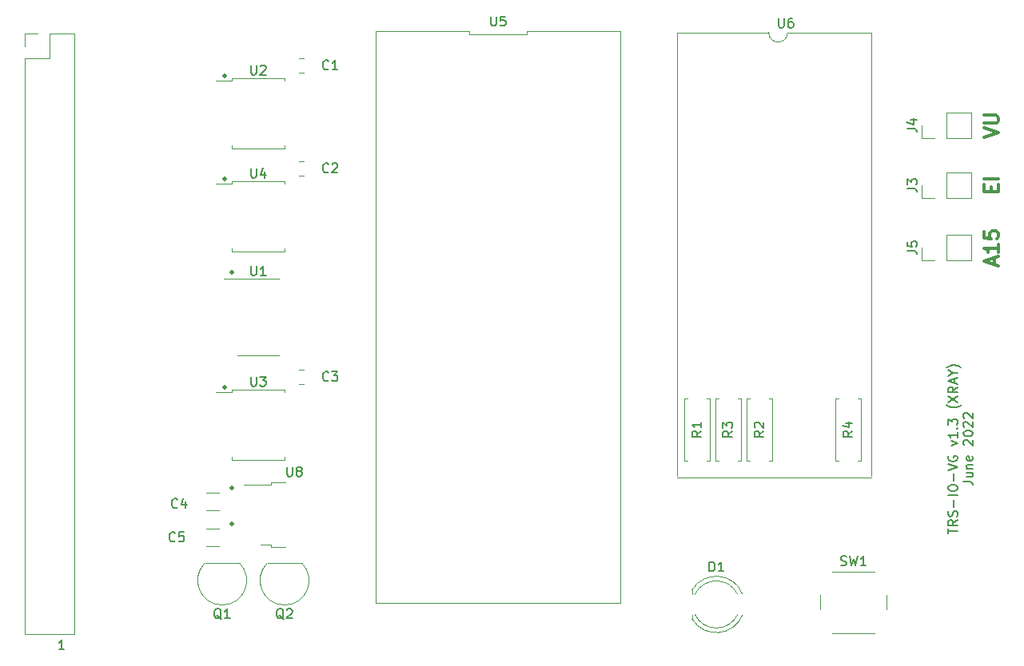
<source format=gbr>
%TF.GenerationSoftware,KiCad,Pcbnew,(6.0.5)*%
%TF.CreationDate,2022-06-04T10:33:37-07:00*%
%TF.ProjectId,TRS-IO-M1,5452532d-494f-42d4-9d31-2e6b69636164,rev?*%
%TF.SameCoordinates,Original*%
%TF.FileFunction,Legend,Top*%
%TF.FilePolarity,Positive*%
%FSLAX46Y46*%
G04 Gerber Fmt 4.6, Leading zero omitted, Abs format (unit mm)*
G04 Created by KiCad (PCBNEW (6.0.5)) date 2022-06-04 10:33:37*
%MOMM*%
%LPD*%
G01*
G04 APERTURE LIST*
%ADD10C,0.300000*%
%ADD11C,0.150000*%
%ADD12C,0.120000*%
G04 APERTURE END LIST*
D10*
X136144000Y-98833714D02*
X136215428Y-98905142D01*
X136144000Y-98976571D01*
X136072571Y-98905142D01*
X136144000Y-98833714D01*
X136144000Y-98976571D01*
X136906000Y-113311714D02*
X136977428Y-113383142D01*
X136906000Y-113454571D01*
X136834571Y-113383142D01*
X136906000Y-113311714D01*
X136906000Y-113454571D01*
X136144000Y-65813714D02*
X136215428Y-65885142D01*
X136144000Y-65956571D01*
X136072571Y-65885142D01*
X136144000Y-65813714D01*
X136144000Y-65956571D01*
X136906000Y-86641714D02*
X136977428Y-86713142D01*
X136906000Y-86784571D01*
X136834571Y-86713142D01*
X136906000Y-86641714D01*
X136906000Y-86784571D01*
X217316857Y-78148571D02*
X217316857Y-77648571D01*
X218102571Y-77434285D02*
X218102571Y-78148571D01*
X216602571Y-78148571D01*
X216602571Y-77434285D01*
X218102571Y-76791428D02*
X216602571Y-76791428D01*
X217674000Y-85859714D02*
X217674000Y-85145428D01*
X218102571Y-86002571D02*
X216602571Y-85502571D01*
X218102571Y-85002571D01*
X218102571Y-83716857D02*
X218102571Y-84574000D01*
X218102571Y-84145428D02*
X216602571Y-84145428D01*
X216816857Y-84288285D01*
X216959714Y-84431142D01*
X217031142Y-84574000D01*
X216602571Y-82359714D02*
X216602571Y-83074000D01*
X217316857Y-83145428D01*
X217245428Y-83074000D01*
X217174000Y-82931142D01*
X217174000Y-82574000D01*
X217245428Y-82431142D01*
X217316857Y-82359714D01*
X217459714Y-82288285D01*
X217816857Y-82288285D01*
X217959714Y-82359714D01*
X218031142Y-82431142D01*
X218102571Y-82574000D01*
X218102571Y-82931142D01*
X218031142Y-83074000D01*
X217959714Y-83145428D01*
X136906000Y-109501714D02*
X136977428Y-109573142D01*
X136906000Y-109644571D01*
X136834571Y-109573142D01*
X136906000Y-109501714D01*
X136906000Y-109644571D01*
D11*
X212769380Y-114433809D02*
X212769380Y-113862380D01*
X213769380Y-114148095D02*
X212769380Y-114148095D01*
X213769380Y-112957619D02*
X213293190Y-113290952D01*
X213769380Y-113529047D02*
X212769380Y-113529047D01*
X212769380Y-113148095D01*
X212817000Y-113052857D01*
X212864619Y-113005238D01*
X212959857Y-112957619D01*
X213102714Y-112957619D01*
X213197952Y-113005238D01*
X213245571Y-113052857D01*
X213293190Y-113148095D01*
X213293190Y-113529047D01*
X213721761Y-112576666D02*
X213769380Y-112433809D01*
X213769380Y-112195714D01*
X213721761Y-112100476D01*
X213674142Y-112052857D01*
X213578904Y-112005238D01*
X213483666Y-112005238D01*
X213388428Y-112052857D01*
X213340809Y-112100476D01*
X213293190Y-112195714D01*
X213245571Y-112386190D01*
X213197952Y-112481428D01*
X213150333Y-112529047D01*
X213055095Y-112576666D01*
X212959857Y-112576666D01*
X212864619Y-112529047D01*
X212817000Y-112481428D01*
X212769380Y-112386190D01*
X212769380Y-112148095D01*
X212817000Y-112005238D01*
X213388428Y-111576666D02*
X213388428Y-110814761D01*
X213769380Y-110338571D02*
X212769380Y-110338571D01*
X212769380Y-109671904D02*
X212769380Y-109481428D01*
X212817000Y-109386190D01*
X212912238Y-109290952D01*
X213102714Y-109243333D01*
X213436047Y-109243333D01*
X213626523Y-109290952D01*
X213721761Y-109386190D01*
X213769380Y-109481428D01*
X213769380Y-109671904D01*
X213721761Y-109767142D01*
X213626523Y-109862380D01*
X213436047Y-109910000D01*
X213102714Y-109910000D01*
X212912238Y-109862380D01*
X212817000Y-109767142D01*
X212769380Y-109671904D01*
X213388428Y-108814761D02*
X213388428Y-108052857D01*
X212769380Y-107719523D02*
X213769380Y-107386190D01*
X212769380Y-107052857D01*
X212817000Y-106195714D02*
X212769380Y-106290952D01*
X212769380Y-106433809D01*
X212817000Y-106576666D01*
X212912238Y-106671904D01*
X213007476Y-106719523D01*
X213197952Y-106767142D01*
X213340809Y-106767142D01*
X213531285Y-106719523D01*
X213626523Y-106671904D01*
X213721761Y-106576666D01*
X213769380Y-106433809D01*
X213769380Y-106338571D01*
X213721761Y-106195714D01*
X213674142Y-106148095D01*
X213340809Y-106148095D01*
X213340809Y-106338571D01*
X213102714Y-105052857D02*
X213769380Y-104814761D01*
X213102714Y-104576666D01*
X213769380Y-103671904D02*
X213769380Y-104243333D01*
X213769380Y-103957619D02*
X212769380Y-103957619D01*
X212912238Y-104052857D01*
X213007476Y-104148095D01*
X213055095Y-104243333D01*
X213674142Y-103243333D02*
X213721761Y-103195714D01*
X213769380Y-103243333D01*
X213721761Y-103290952D01*
X213674142Y-103243333D01*
X213769380Y-103243333D01*
X212769380Y-102862380D02*
X212769380Y-102243333D01*
X213150333Y-102576666D01*
X213150333Y-102433809D01*
X213197952Y-102338571D01*
X213245571Y-102290952D01*
X213340809Y-102243333D01*
X213578904Y-102243333D01*
X213674142Y-102290952D01*
X213721761Y-102338571D01*
X213769380Y-102433809D01*
X213769380Y-102719523D01*
X213721761Y-102814761D01*
X213674142Y-102862380D01*
X214150333Y-100767142D02*
X214102714Y-100814761D01*
X213959857Y-100910000D01*
X213864619Y-100957619D01*
X213721761Y-101005238D01*
X213483666Y-101052857D01*
X213293190Y-101052857D01*
X213055095Y-101005238D01*
X212912238Y-100957619D01*
X212817000Y-100910000D01*
X212674142Y-100814761D01*
X212626523Y-100767142D01*
X212769380Y-100481428D02*
X213769380Y-99814761D01*
X212769380Y-99814761D02*
X213769380Y-100481428D01*
X213769380Y-98862380D02*
X213293190Y-99195714D01*
X213769380Y-99433809D02*
X212769380Y-99433809D01*
X212769380Y-99052857D01*
X212817000Y-98957619D01*
X212864619Y-98910000D01*
X212959857Y-98862380D01*
X213102714Y-98862380D01*
X213197952Y-98910000D01*
X213245571Y-98957619D01*
X213293190Y-99052857D01*
X213293190Y-99433809D01*
X213483666Y-98481428D02*
X213483666Y-98005238D01*
X213769380Y-98576666D02*
X212769380Y-98243333D01*
X213769380Y-97910000D01*
X213293190Y-97386190D02*
X213769380Y-97386190D01*
X212769380Y-97719523D02*
X213293190Y-97386190D01*
X212769380Y-97052857D01*
X214150333Y-96814761D02*
X214102714Y-96767142D01*
X213959857Y-96671904D01*
X213864619Y-96624285D01*
X213721761Y-96576666D01*
X213483666Y-96529047D01*
X213293190Y-96529047D01*
X213055095Y-96576666D01*
X212912238Y-96624285D01*
X212817000Y-96671904D01*
X212674142Y-96767142D01*
X212626523Y-96814761D01*
X214379380Y-108886190D02*
X215093666Y-108886190D01*
X215236523Y-108933809D01*
X215331761Y-109029047D01*
X215379380Y-109171904D01*
X215379380Y-109267142D01*
X214712714Y-107981428D02*
X215379380Y-107981428D01*
X214712714Y-108410000D02*
X215236523Y-108410000D01*
X215331761Y-108362380D01*
X215379380Y-108267142D01*
X215379380Y-108124285D01*
X215331761Y-108029047D01*
X215284142Y-107981428D01*
X214712714Y-107505238D02*
X215379380Y-107505238D01*
X214807952Y-107505238D02*
X214760333Y-107457619D01*
X214712714Y-107362380D01*
X214712714Y-107219523D01*
X214760333Y-107124285D01*
X214855571Y-107076666D01*
X215379380Y-107076666D01*
X215331761Y-106219523D02*
X215379380Y-106314761D01*
X215379380Y-106505238D01*
X215331761Y-106600476D01*
X215236523Y-106648095D01*
X214855571Y-106648095D01*
X214760333Y-106600476D01*
X214712714Y-106505238D01*
X214712714Y-106314761D01*
X214760333Y-106219523D01*
X214855571Y-106171904D01*
X214950809Y-106171904D01*
X215046047Y-106648095D01*
X214474619Y-105029047D02*
X214427000Y-104981428D01*
X214379380Y-104886190D01*
X214379380Y-104648095D01*
X214427000Y-104552857D01*
X214474619Y-104505238D01*
X214569857Y-104457619D01*
X214665095Y-104457619D01*
X214807952Y-104505238D01*
X215379380Y-105076666D01*
X215379380Y-104457619D01*
X214379380Y-103838571D02*
X214379380Y-103743333D01*
X214427000Y-103648095D01*
X214474619Y-103600476D01*
X214569857Y-103552857D01*
X214760333Y-103505238D01*
X214998428Y-103505238D01*
X215188904Y-103552857D01*
X215284142Y-103600476D01*
X215331761Y-103648095D01*
X215379380Y-103743333D01*
X215379380Y-103838571D01*
X215331761Y-103933809D01*
X215284142Y-103981428D01*
X215188904Y-104029047D01*
X214998428Y-104076666D01*
X214760333Y-104076666D01*
X214569857Y-104029047D01*
X214474619Y-103981428D01*
X214427000Y-103933809D01*
X214379380Y-103838571D01*
X214474619Y-103124285D02*
X214427000Y-103076666D01*
X214379380Y-102981428D01*
X214379380Y-102743333D01*
X214427000Y-102648095D01*
X214474619Y-102600476D01*
X214569857Y-102552857D01*
X214665095Y-102552857D01*
X214807952Y-102600476D01*
X215379380Y-103171904D01*
X215379380Y-102552857D01*
X214474619Y-102171904D02*
X214427000Y-102124285D01*
X214379380Y-102029047D01*
X214379380Y-101790952D01*
X214427000Y-101695714D01*
X214474619Y-101648095D01*
X214569857Y-101600476D01*
X214665095Y-101600476D01*
X214807952Y-101648095D01*
X215379380Y-102219523D01*
X215379380Y-101600476D01*
X119157714Y-126690380D02*
X118586285Y-126690380D01*
X118872000Y-126690380D02*
X118872000Y-125690380D01*
X118776761Y-125833238D01*
X118681523Y-125928476D01*
X118586285Y-125976095D01*
D10*
X136144000Y-76735714D02*
X136215428Y-76807142D01*
X136144000Y-76878571D01*
X136072571Y-76807142D01*
X136144000Y-76735714D01*
X136144000Y-76878571D01*
X216602571Y-72405714D02*
X218102571Y-71905714D01*
X216602571Y-71405714D01*
X216602571Y-70905714D02*
X217816857Y-70905714D01*
X217959714Y-70834285D01*
X218031142Y-70762857D01*
X218102571Y-70620000D01*
X218102571Y-70334285D01*
X218031142Y-70191428D01*
X217959714Y-70120000D01*
X217816857Y-70048571D01*
X216602571Y-70048571D01*
D11*
%TO.C,R1*%
X186634380Y-103544666D02*
X186158190Y-103878000D01*
X186634380Y-104116095D02*
X185634380Y-104116095D01*
X185634380Y-103735142D01*
X185682000Y-103639904D01*
X185729619Y-103592285D01*
X185824857Y-103544666D01*
X185967714Y-103544666D01*
X186062952Y-103592285D01*
X186110571Y-103639904D01*
X186158190Y-103735142D01*
X186158190Y-104116095D01*
X186634380Y-102592285D02*
X186634380Y-103163714D01*
X186634380Y-102878000D02*
X185634380Y-102878000D01*
X185777238Y-102973238D01*
X185872476Y-103068476D01*
X185920095Y-103163714D01*
%TO.C,R2*%
X193238380Y-103544666D02*
X192762190Y-103878000D01*
X193238380Y-104116095D02*
X192238380Y-104116095D01*
X192238380Y-103735142D01*
X192286000Y-103639904D01*
X192333619Y-103592285D01*
X192428857Y-103544666D01*
X192571714Y-103544666D01*
X192666952Y-103592285D01*
X192714571Y-103639904D01*
X192762190Y-103735142D01*
X192762190Y-104116095D01*
X192333619Y-103163714D02*
X192286000Y-103116095D01*
X192238380Y-103020857D01*
X192238380Y-102782761D01*
X192286000Y-102687523D01*
X192333619Y-102639904D01*
X192428857Y-102592285D01*
X192524095Y-102592285D01*
X192666952Y-102639904D01*
X193238380Y-103211333D01*
X193238380Y-102592285D01*
%TO.C,C2*%
X147153333Y-76049142D02*
X147105714Y-76096761D01*
X146962857Y-76144380D01*
X146867619Y-76144380D01*
X146724761Y-76096761D01*
X146629523Y-76001523D01*
X146581904Y-75906285D01*
X146534285Y-75715809D01*
X146534285Y-75572952D01*
X146581904Y-75382476D01*
X146629523Y-75287238D01*
X146724761Y-75192000D01*
X146867619Y-75144380D01*
X146962857Y-75144380D01*
X147105714Y-75192000D01*
X147153333Y-75239619D01*
X147534285Y-75239619D02*
X147581904Y-75192000D01*
X147677142Y-75144380D01*
X147915238Y-75144380D01*
X148010476Y-75192000D01*
X148058095Y-75239619D01*
X148105714Y-75334857D01*
X148105714Y-75430095D01*
X148058095Y-75572952D01*
X147486666Y-76144380D01*
X148105714Y-76144380D01*
%TO.C,U5*%
X164338095Y-59582380D02*
X164338095Y-60391904D01*
X164385714Y-60487142D01*
X164433333Y-60534761D01*
X164528571Y-60582380D01*
X164719047Y-60582380D01*
X164814285Y-60534761D01*
X164861904Y-60487142D01*
X164909523Y-60391904D01*
X164909523Y-59582380D01*
X165861904Y-59582380D02*
X165385714Y-59582380D01*
X165338095Y-60058571D01*
X165385714Y-60010952D01*
X165480952Y-59963333D01*
X165719047Y-59963333D01*
X165814285Y-60010952D01*
X165861904Y-60058571D01*
X165909523Y-60153809D01*
X165909523Y-60391904D01*
X165861904Y-60487142D01*
X165814285Y-60534761D01*
X165719047Y-60582380D01*
X165480952Y-60582380D01*
X165385714Y-60534761D01*
X165338095Y-60487142D01*
%TO.C,U1*%
X138938095Y-86042380D02*
X138938095Y-86851904D01*
X138985714Y-86947142D01*
X139033333Y-86994761D01*
X139128571Y-87042380D01*
X139319047Y-87042380D01*
X139414285Y-86994761D01*
X139461904Y-86947142D01*
X139509523Y-86851904D01*
X139509523Y-86042380D01*
X140509523Y-87042380D02*
X139938095Y-87042380D01*
X140223809Y-87042380D02*
X140223809Y-86042380D01*
X140128571Y-86185238D01*
X140033333Y-86280476D01*
X139938095Y-86328095D01*
%TO.C,C1*%
X147153333Y-65127142D02*
X147105714Y-65174761D01*
X146962857Y-65222380D01*
X146867619Y-65222380D01*
X146724761Y-65174761D01*
X146629523Y-65079523D01*
X146581904Y-64984285D01*
X146534285Y-64793809D01*
X146534285Y-64650952D01*
X146581904Y-64460476D01*
X146629523Y-64365238D01*
X146724761Y-64270000D01*
X146867619Y-64222380D01*
X146962857Y-64222380D01*
X147105714Y-64270000D01*
X147153333Y-64317619D01*
X148105714Y-65222380D02*
X147534285Y-65222380D01*
X147820000Y-65222380D02*
X147820000Y-64222380D01*
X147724761Y-64365238D01*
X147629523Y-64460476D01*
X147534285Y-64508095D01*
%TO.C,Q2*%
X142398761Y-123487619D02*
X142303523Y-123440000D01*
X142208285Y-123344761D01*
X142065428Y-123201904D01*
X141970190Y-123154285D01*
X141874952Y-123154285D01*
X141922571Y-123392380D02*
X141827333Y-123344761D01*
X141732095Y-123249523D01*
X141684476Y-123059047D01*
X141684476Y-122725714D01*
X141732095Y-122535238D01*
X141827333Y-122440000D01*
X141922571Y-122392380D01*
X142113047Y-122392380D01*
X142208285Y-122440000D01*
X142303523Y-122535238D01*
X142351142Y-122725714D01*
X142351142Y-123059047D01*
X142303523Y-123249523D01*
X142208285Y-123344761D01*
X142113047Y-123392380D01*
X141922571Y-123392380D01*
X142732095Y-122487619D02*
X142779714Y-122440000D01*
X142874952Y-122392380D01*
X143113047Y-122392380D01*
X143208285Y-122440000D01*
X143255904Y-122487619D01*
X143303523Y-122582857D01*
X143303523Y-122678095D01*
X143255904Y-122820952D01*
X142684476Y-123392380D01*
X143303523Y-123392380D01*
%TO.C,J4*%
X208450380Y-71453333D02*
X209164666Y-71453333D01*
X209307523Y-71500952D01*
X209402761Y-71596190D01*
X209450380Y-71739047D01*
X209450380Y-71834285D01*
X208783714Y-70548571D02*
X209450380Y-70548571D01*
X208402761Y-70786666D02*
X209117047Y-71024761D01*
X209117047Y-70405714D01*
%TO.C,U8*%
X142748095Y-107347380D02*
X142748095Y-108156904D01*
X142795714Y-108252142D01*
X142843333Y-108299761D01*
X142938571Y-108347380D01*
X143129047Y-108347380D01*
X143224285Y-108299761D01*
X143271904Y-108252142D01*
X143319523Y-108156904D01*
X143319523Y-107347380D01*
X143938571Y-107775952D02*
X143843333Y-107728333D01*
X143795714Y-107680714D01*
X143748095Y-107585476D01*
X143748095Y-107537857D01*
X143795714Y-107442619D01*
X143843333Y-107395000D01*
X143938571Y-107347380D01*
X144129047Y-107347380D01*
X144224285Y-107395000D01*
X144271904Y-107442619D01*
X144319523Y-107537857D01*
X144319523Y-107585476D01*
X144271904Y-107680714D01*
X144224285Y-107728333D01*
X144129047Y-107775952D01*
X143938571Y-107775952D01*
X143843333Y-107823571D01*
X143795714Y-107871190D01*
X143748095Y-107966428D01*
X143748095Y-108156904D01*
X143795714Y-108252142D01*
X143843333Y-108299761D01*
X143938571Y-108347380D01*
X144129047Y-108347380D01*
X144224285Y-108299761D01*
X144271904Y-108252142D01*
X144319523Y-108156904D01*
X144319523Y-107966428D01*
X144271904Y-107871190D01*
X144224285Y-107823571D01*
X144129047Y-107775952D01*
%TO.C,U6*%
X194818095Y-59767380D02*
X194818095Y-60576904D01*
X194865714Y-60672142D01*
X194913333Y-60719761D01*
X195008571Y-60767380D01*
X195199047Y-60767380D01*
X195294285Y-60719761D01*
X195341904Y-60672142D01*
X195389523Y-60576904D01*
X195389523Y-59767380D01*
X196294285Y-59767380D02*
X196103809Y-59767380D01*
X196008571Y-59815000D01*
X195960952Y-59862619D01*
X195865714Y-60005476D01*
X195818095Y-60195952D01*
X195818095Y-60576904D01*
X195865714Y-60672142D01*
X195913333Y-60719761D01*
X196008571Y-60767380D01*
X196199047Y-60767380D01*
X196294285Y-60719761D01*
X196341904Y-60672142D01*
X196389523Y-60576904D01*
X196389523Y-60338809D01*
X196341904Y-60243571D01*
X196294285Y-60195952D01*
X196199047Y-60148333D01*
X196008571Y-60148333D01*
X195913333Y-60195952D01*
X195865714Y-60243571D01*
X195818095Y-60338809D01*
%TO.C,R4*%
X202636380Y-103544666D02*
X202160190Y-103878000D01*
X202636380Y-104116095D02*
X201636380Y-104116095D01*
X201636380Y-103735142D01*
X201684000Y-103639904D01*
X201731619Y-103592285D01*
X201826857Y-103544666D01*
X201969714Y-103544666D01*
X202064952Y-103592285D01*
X202112571Y-103639904D01*
X202160190Y-103735142D01*
X202160190Y-104116095D01*
X201969714Y-102687523D02*
X202636380Y-102687523D01*
X201588761Y-102925619D02*
X202303047Y-103163714D01*
X202303047Y-102544666D01*
%TO.C,J5*%
X208450380Y-84407333D02*
X209164666Y-84407333D01*
X209307523Y-84454952D01*
X209402761Y-84550190D01*
X209450380Y-84693047D01*
X209450380Y-84788285D01*
X208450380Y-83454952D02*
X208450380Y-83931142D01*
X208926571Y-83978761D01*
X208878952Y-83931142D01*
X208831333Y-83835904D01*
X208831333Y-83597809D01*
X208878952Y-83502571D01*
X208926571Y-83454952D01*
X209021809Y-83407333D01*
X209259904Y-83407333D01*
X209355142Y-83454952D01*
X209402761Y-83502571D01*
X209450380Y-83597809D01*
X209450380Y-83835904D01*
X209402761Y-83931142D01*
X209355142Y-83978761D01*
%TO.C,C3*%
X147153333Y-98147142D02*
X147105714Y-98194761D01*
X146962857Y-98242380D01*
X146867619Y-98242380D01*
X146724761Y-98194761D01*
X146629523Y-98099523D01*
X146581904Y-98004285D01*
X146534285Y-97813809D01*
X146534285Y-97670952D01*
X146581904Y-97480476D01*
X146629523Y-97385238D01*
X146724761Y-97290000D01*
X146867619Y-97242380D01*
X146962857Y-97242380D01*
X147105714Y-97290000D01*
X147153333Y-97337619D01*
X147486666Y-97242380D02*
X148105714Y-97242380D01*
X147772380Y-97623333D01*
X147915238Y-97623333D01*
X148010476Y-97670952D01*
X148058095Y-97718571D01*
X148105714Y-97813809D01*
X148105714Y-98051904D01*
X148058095Y-98147142D01*
X148010476Y-98194761D01*
X147915238Y-98242380D01*
X147629523Y-98242380D01*
X147534285Y-98194761D01*
X147486666Y-98147142D01*
%TO.C,J3*%
X208450380Y-77803333D02*
X209164666Y-77803333D01*
X209307523Y-77850952D01*
X209402761Y-77946190D01*
X209450380Y-78089047D01*
X209450380Y-78184285D01*
X208450380Y-77422380D02*
X208450380Y-76803333D01*
X208831333Y-77136666D01*
X208831333Y-76993809D01*
X208878952Y-76898571D01*
X208926571Y-76850952D01*
X209021809Y-76803333D01*
X209259904Y-76803333D01*
X209355142Y-76850952D01*
X209402761Y-76898571D01*
X209450380Y-76993809D01*
X209450380Y-77279523D01*
X209402761Y-77374761D01*
X209355142Y-77422380D01*
%TO.C,C4*%
X131151333Y-111609142D02*
X131103714Y-111656761D01*
X130960857Y-111704380D01*
X130865619Y-111704380D01*
X130722761Y-111656761D01*
X130627523Y-111561523D01*
X130579904Y-111466285D01*
X130532285Y-111275809D01*
X130532285Y-111132952D01*
X130579904Y-110942476D01*
X130627523Y-110847238D01*
X130722761Y-110752000D01*
X130865619Y-110704380D01*
X130960857Y-110704380D01*
X131103714Y-110752000D01*
X131151333Y-110799619D01*
X132008476Y-111037714D02*
X132008476Y-111704380D01*
X131770380Y-110656761D02*
X131532285Y-111371047D01*
X132151333Y-111371047D01*
%TO.C,R3*%
X189920380Y-103544666D02*
X189444190Y-103878000D01*
X189920380Y-104116095D02*
X188920380Y-104116095D01*
X188920380Y-103735142D01*
X188968000Y-103639904D01*
X189015619Y-103592285D01*
X189110857Y-103544666D01*
X189253714Y-103544666D01*
X189348952Y-103592285D01*
X189396571Y-103639904D01*
X189444190Y-103735142D01*
X189444190Y-104116095D01*
X188920380Y-103211333D02*
X188920380Y-102592285D01*
X189301333Y-102925619D01*
X189301333Y-102782761D01*
X189348952Y-102687523D01*
X189396571Y-102639904D01*
X189491809Y-102592285D01*
X189729904Y-102592285D01*
X189825142Y-102639904D01*
X189872761Y-102687523D01*
X189920380Y-102782761D01*
X189920380Y-103068476D01*
X189872761Y-103163714D01*
X189825142Y-103211333D01*
%TO.C,U2*%
X138938095Y-64752380D02*
X138938095Y-65561904D01*
X138985714Y-65657142D01*
X139033333Y-65704761D01*
X139128571Y-65752380D01*
X139319047Y-65752380D01*
X139414285Y-65704761D01*
X139461904Y-65657142D01*
X139509523Y-65561904D01*
X139509523Y-64752380D01*
X139938095Y-64847619D02*
X139985714Y-64800000D01*
X140080952Y-64752380D01*
X140319047Y-64752380D01*
X140414285Y-64800000D01*
X140461904Y-64847619D01*
X140509523Y-64942857D01*
X140509523Y-65038095D01*
X140461904Y-65180952D01*
X139890476Y-65752380D01*
X140509523Y-65752380D01*
%TO.C,D1*%
X187480904Y-118412380D02*
X187480904Y-117412380D01*
X187719000Y-117412380D01*
X187861857Y-117460000D01*
X187957095Y-117555238D01*
X188004714Y-117650476D01*
X188052333Y-117840952D01*
X188052333Y-117983809D01*
X188004714Y-118174285D01*
X187957095Y-118269523D01*
X187861857Y-118364761D01*
X187719000Y-118412380D01*
X187480904Y-118412380D01*
X189004714Y-118412380D02*
X188433285Y-118412380D01*
X188719000Y-118412380D02*
X188719000Y-117412380D01*
X188623761Y-117555238D01*
X188528523Y-117650476D01*
X188433285Y-117698095D01*
%TO.C,U3*%
X138938095Y-97772380D02*
X138938095Y-98581904D01*
X138985714Y-98677142D01*
X139033333Y-98724761D01*
X139128571Y-98772380D01*
X139319047Y-98772380D01*
X139414285Y-98724761D01*
X139461904Y-98677142D01*
X139509523Y-98581904D01*
X139509523Y-97772380D01*
X139890476Y-97772380D02*
X140509523Y-97772380D01*
X140176190Y-98153333D01*
X140319047Y-98153333D01*
X140414285Y-98200952D01*
X140461904Y-98248571D01*
X140509523Y-98343809D01*
X140509523Y-98581904D01*
X140461904Y-98677142D01*
X140414285Y-98724761D01*
X140319047Y-98772380D01*
X140033333Y-98772380D01*
X139938095Y-98724761D01*
X139890476Y-98677142D01*
%TO.C,Q1*%
X135794761Y-123487619D02*
X135699523Y-123440000D01*
X135604285Y-123344761D01*
X135461428Y-123201904D01*
X135366190Y-123154285D01*
X135270952Y-123154285D01*
X135318571Y-123392380D02*
X135223333Y-123344761D01*
X135128095Y-123249523D01*
X135080476Y-123059047D01*
X135080476Y-122725714D01*
X135128095Y-122535238D01*
X135223333Y-122440000D01*
X135318571Y-122392380D01*
X135509047Y-122392380D01*
X135604285Y-122440000D01*
X135699523Y-122535238D01*
X135747142Y-122725714D01*
X135747142Y-123059047D01*
X135699523Y-123249523D01*
X135604285Y-123344761D01*
X135509047Y-123392380D01*
X135318571Y-123392380D01*
X136699523Y-123392380D02*
X136128095Y-123392380D01*
X136413809Y-123392380D02*
X136413809Y-122392380D01*
X136318571Y-122535238D01*
X136223333Y-122630476D01*
X136128095Y-122678095D01*
%TO.C,SW1*%
X201410666Y-117752761D02*
X201553523Y-117800380D01*
X201791619Y-117800380D01*
X201886857Y-117752761D01*
X201934476Y-117705142D01*
X201982095Y-117609904D01*
X201982095Y-117514666D01*
X201934476Y-117419428D01*
X201886857Y-117371809D01*
X201791619Y-117324190D01*
X201601142Y-117276571D01*
X201505904Y-117228952D01*
X201458285Y-117181333D01*
X201410666Y-117086095D01*
X201410666Y-116990857D01*
X201458285Y-116895619D01*
X201505904Y-116848000D01*
X201601142Y-116800380D01*
X201839238Y-116800380D01*
X201982095Y-116848000D01*
X202315428Y-116800380D02*
X202553523Y-117800380D01*
X202744000Y-117086095D01*
X202934476Y-117800380D01*
X203172571Y-116800380D01*
X204077333Y-117800380D02*
X203505904Y-117800380D01*
X203791619Y-117800380D02*
X203791619Y-116800380D01*
X203696380Y-116943238D01*
X203601142Y-117038476D01*
X203505904Y-117086095D01*
%TO.C,U4*%
X138938095Y-75674380D02*
X138938095Y-76483904D01*
X138985714Y-76579142D01*
X139033333Y-76626761D01*
X139128571Y-76674380D01*
X139319047Y-76674380D01*
X139414285Y-76626761D01*
X139461904Y-76579142D01*
X139509523Y-76483904D01*
X139509523Y-75674380D01*
X140414285Y-76007714D02*
X140414285Y-76674380D01*
X140176190Y-75626761D02*
X139938095Y-76341047D01*
X140557142Y-76341047D01*
%TO.C,C5*%
X130897333Y-115165142D02*
X130849714Y-115212761D01*
X130706857Y-115260380D01*
X130611619Y-115260380D01*
X130468761Y-115212761D01*
X130373523Y-115117523D01*
X130325904Y-115022285D01*
X130278285Y-114831809D01*
X130278285Y-114688952D01*
X130325904Y-114498476D01*
X130373523Y-114403238D01*
X130468761Y-114308000D01*
X130611619Y-114260380D01*
X130706857Y-114260380D01*
X130849714Y-114308000D01*
X130897333Y-114355619D01*
X131802095Y-114260380D02*
X131325904Y-114260380D01*
X131278285Y-114736571D01*
X131325904Y-114688952D01*
X131421142Y-114641333D01*
X131659238Y-114641333D01*
X131754476Y-114688952D01*
X131802095Y-114736571D01*
X131849714Y-114831809D01*
X131849714Y-115069904D01*
X131802095Y-115165142D01*
X131754476Y-115212761D01*
X131659238Y-115260380D01*
X131421142Y-115260380D01*
X131325904Y-115212761D01*
X131278285Y-115165142D01*
D12*
%TO.C,R1*%
X187552000Y-106648000D02*
X187222000Y-106648000D01*
X187552000Y-100108000D02*
X187552000Y-106648000D01*
X187222000Y-100108000D02*
X187552000Y-100108000D01*
X184812000Y-106648000D02*
X185142000Y-106648000D01*
X185142000Y-100108000D02*
X184812000Y-100108000D01*
X184812000Y-100108000D02*
X184812000Y-106648000D01*
%TO.C,R2*%
X191416000Y-100108000D02*
X191416000Y-106648000D01*
X194156000Y-106648000D02*
X193826000Y-106648000D01*
X191416000Y-106648000D02*
X191746000Y-106648000D01*
X193826000Y-100108000D02*
X194156000Y-100108000D01*
X194156000Y-100108000D02*
X194156000Y-106648000D01*
X191746000Y-100108000D02*
X191416000Y-100108000D01*
%TO.C,C2*%
X144010748Y-76427000D02*
X144533252Y-76427000D01*
X144010748Y-74957000D02*
X144533252Y-74957000D01*
%TO.C,U5*%
X168140000Y-61490000D02*
X162060001Y-61490000D01*
X162060001Y-61130000D02*
X152150000Y-61130000D01*
X162060001Y-61490000D02*
X162060001Y-61130000D01*
X152150000Y-121750000D02*
X178050000Y-121750000D01*
X152150000Y-61130000D02*
X152150000Y-121750000D01*
X178050000Y-121750000D02*
X178050000Y-61130000D01*
X178050000Y-61130000D02*
X168140000Y-61130000D01*
X168140000Y-61130000D02*
X168140000Y-61490000D01*
%TO.C,U1*%
X139700000Y-87405000D02*
X141900000Y-87405000D01*
X139700000Y-87405000D02*
X136100000Y-87405000D01*
X139700000Y-95475000D02*
X141900000Y-95475000D01*
X139700000Y-95475000D02*
X137500000Y-95475000D01*
%TO.C,C1*%
X144010748Y-64035000D02*
X144533252Y-64035000D01*
X144010748Y-65505000D02*
X144533252Y-65505000D01*
%TO.C,Q2*%
X144294000Y-117530000D02*
X140694000Y-117530000D01*
X142494000Y-121980001D02*
G75*
G03*
X144332478Y-117541522I0J2600001D01*
G01*
X140655522Y-117541522D02*
G75*
G03*
X142494000Y-121980000I1838478J-1838478D01*
G01*
%TO.C,J4*%
X209998000Y-72450000D02*
X209998000Y-71120000D01*
X212598000Y-69790000D02*
X215198000Y-69790000D01*
X212598000Y-72450000D02*
X212598000Y-69790000D01*
X215198000Y-72450000D02*
X215198000Y-69790000D01*
X211328000Y-72450000D02*
X209998000Y-72450000D01*
X212598000Y-72450000D02*
X215198000Y-72450000D01*
%TO.C,U8*%
X141040000Y-115845000D02*
X141040000Y-115575000D01*
X141040000Y-115575000D02*
X139940000Y-115575000D01*
X142540000Y-115845000D02*
X141040000Y-115845000D01*
X141040000Y-109215000D02*
X138210000Y-109215000D01*
X142540000Y-108945000D02*
X141040000Y-108945000D01*
X141040000Y-108945000D02*
X141040000Y-109215000D01*
%TO.C,U6*%
X184040000Y-61327500D02*
X184040000Y-108307500D01*
X204605400Y-108307500D02*
X204605400Y-61327500D01*
X193767200Y-61315000D02*
X184040000Y-61315000D01*
X204605400Y-61315000D02*
X195767200Y-61315000D01*
X184040000Y-108425000D02*
X204605400Y-108425000D01*
X193767200Y-61289600D02*
G75*
G03*
X195767200Y-61289600I1000000J0D01*
G01*
%TO.C,R4*%
X201144000Y-106648000D02*
X200814000Y-106648000D01*
X203554000Y-106648000D02*
X203554000Y-100108000D01*
X200814000Y-100108000D02*
X201144000Y-100108000D01*
X203224000Y-106648000D02*
X203554000Y-106648000D01*
X203554000Y-100108000D02*
X203224000Y-100108000D01*
X200814000Y-106648000D02*
X200814000Y-100108000D01*
%TO.C,J5*%
X215198000Y-85404000D02*
X215198000Y-82744000D01*
X211328000Y-85404000D02*
X209998000Y-85404000D01*
X212598000Y-85404000D02*
X215198000Y-85404000D01*
X212598000Y-85404000D02*
X212598000Y-82744000D01*
X212598000Y-82744000D02*
X215198000Y-82744000D01*
X209998000Y-85404000D02*
X209998000Y-84074000D01*
%TO.C,C3*%
X144010748Y-98525000D02*
X144533252Y-98525000D01*
X144010748Y-97055000D02*
X144533252Y-97055000D01*
%TO.C,J3*%
X215198000Y-78800000D02*
X215198000Y-76140000D01*
X212598000Y-76140000D02*
X215198000Y-76140000D01*
X211328000Y-78800000D02*
X209998000Y-78800000D01*
X212598000Y-78800000D02*
X215198000Y-78800000D01*
X209998000Y-78800000D02*
X209998000Y-77470000D01*
X212598000Y-78800000D02*
X212598000Y-76140000D01*
%TO.C,C4*%
X135585252Y-111908000D02*
X134162748Y-111908000D01*
X135585252Y-110088000D02*
X134162748Y-110088000D01*
%TO.C,R3*%
X188114000Y-100108000D02*
X188114000Y-106648000D01*
X190854000Y-106648000D02*
X190524000Y-106648000D01*
X188444000Y-100108000D02*
X188114000Y-100108000D01*
X190524000Y-100108000D02*
X190854000Y-100108000D01*
X188114000Y-106648000D02*
X188444000Y-106648000D01*
X190854000Y-100108000D02*
X190854000Y-106648000D01*
%TO.C,U2*%
X136940000Y-73560000D02*
X136940000Y-73285000D01*
X139700000Y-66140000D02*
X136940000Y-66140000D01*
X139700000Y-73560000D02*
X136940000Y-73560000D01*
X139700000Y-73560000D02*
X142460000Y-73560000D01*
X142460000Y-66140000D02*
X142460000Y-66415000D01*
X136940000Y-66415000D02*
X135250000Y-66415000D01*
X142460000Y-73560000D02*
X142460000Y-73285000D01*
X139700000Y-66140000D02*
X142460000Y-66140000D01*
X136940000Y-66140000D02*
X136940000Y-66415000D01*
%TO.C,D1*%
X185659000Y-123000000D02*
X185659000Y-123465000D01*
X185659000Y-120375000D02*
X185659000Y-120840000D01*
X191006815Y-120839173D02*
G75*
G03*
X185659000Y-120375170I-2787815J-1080827D01*
G01*
X185659000Y-123464830D02*
G75*
G03*
X191006815Y-123000827I2560000J1544830D01*
G01*
X190473479Y-120839571D02*
G75*
G03*
X185964316Y-120840000I-2254479J-1080429D01*
G01*
X185964316Y-123000000D02*
G75*
G03*
X190473479Y-123000429I2254684J1080000D01*
G01*
%TO.C,U3*%
X139700000Y-99160000D02*
X136940000Y-99160000D01*
X142460000Y-99160000D02*
X142460000Y-99435000D01*
X142460000Y-106580000D02*
X142460000Y-106305000D01*
X136940000Y-99160000D02*
X136940000Y-99435000D01*
X136940000Y-99435000D02*
X135250000Y-99435000D01*
X139700000Y-106580000D02*
X142460000Y-106580000D01*
X136940000Y-106580000D02*
X136940000Y-106305000D01*
X139700000Y-99160000D02*
X142460000Y-99160000D01*
X139700000Y-106580000D02*
X136940000Y-106580000D01*
%TO.C,Q1*%
X137690000Y-117530000D02*
X134090000Y-117530000D01*
X135890000Y-121980001D02*
G75*
G03*
X137728478Y-117541522I0J2600001D01*
G01*
X134051522Y-117541522D02*
G75*
G03*
X135890000Y-121980000I1838478J-1838478D01*
G01*
%TO.C,J2*%
X114997000Y-125033000D02*
X120197000Y-125033000D01*
X117597000Y-61413000D02*
X120197000Y-61413000D01*
X114997000Y-61413000D02*
X116327000Y-61413000D01*
X120197000Y-61413000D02*
X120197000Y-125033000D01*
X114997000Y-64013000D02*
X117597000Y-64013000D01*
X114997000Y-64013000D02*
X114997000Y-125033000D01*
X117597000Y-64013000D02*
X117597000Y-61413000D01*
X114997000Y-62743000D02*
X114997000Y-61413000D01*
%TO.C,SW1*%
X206244000Y-122452000D02*
X206244000Y-120952000D01*
X204994000Y-118452000D02*
X200494000Y-118452000D01*
X199244000Y-120952000D02*
X199244000Y-122452000D01*
X200494000Y-124952000D02*
X204994000Y-124952000D01*
%TO.C,U4*%
X136940000Y-84482000D02*
X136940000Y-84207000D01*
X139700000Y-84482000D02*
X142460000Y-84482000D01*
X139700000Y-77062000D02*
X142460000Y-77062000D01*
X139700000Y-77062000D02*
X136940000Y-77062000D01*
X136940000Y-77062000D02*
X136940000Y-77337000D01*
X142460000Y-77062000D02*
X142460000Y-77337000D01*
X139700000Y-84482000D02*
X136940000Y-84482000D01*
X142460000Y-84482000D02*
X142460000Y-84207000D01*
X136940000Y-77337000D02*
X135250000Y-77337000D01*
%TO.C,C5*%
X135585252Y-113898000D02*
X134162748Y-113898000D01*
X135585252Y-115718000D02*
X134162748Y-115718000D01*
%TD*%
M02*

</source>
